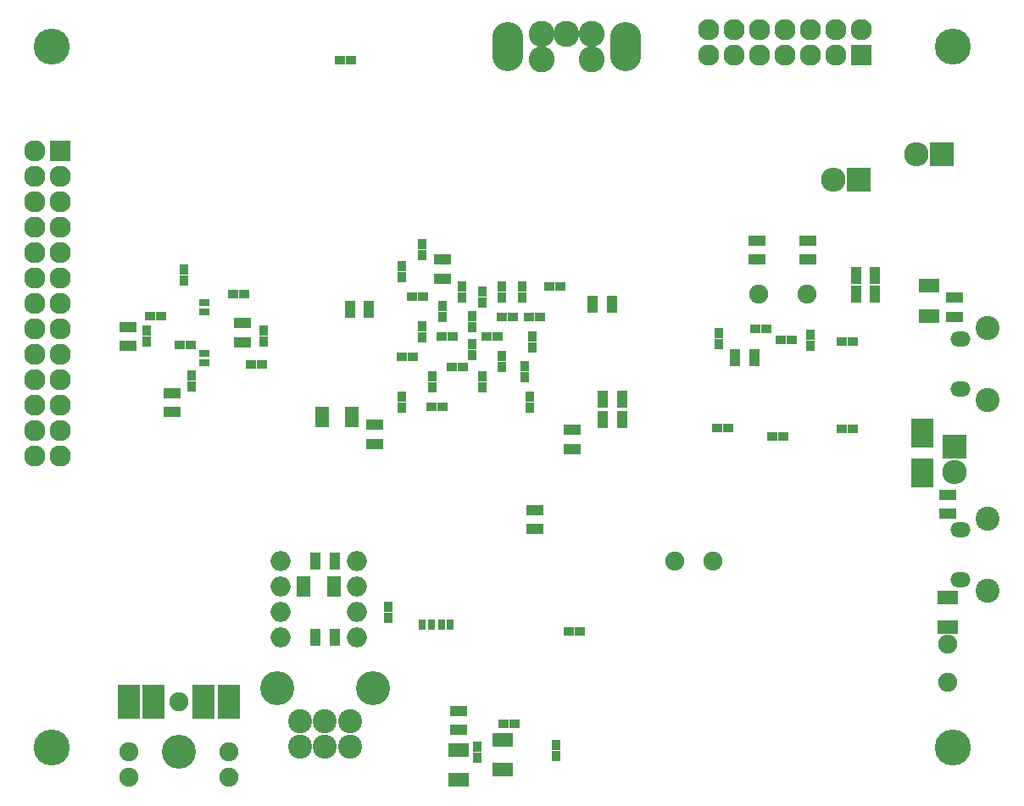
<source format=gbr>
G04 #@! TF.FileFunction,Soldermask,Bot*
%FSLAX46Y46*%
G04 Gerber Fmt 4.6, Leading zero omitted, Abs format (unit mm)*
G04 Created by KiCad (PCBNEW (2015-10-06 BZR 6248, Git 20a3e23)-product) date 2015-10-8 0:39:17*
%MOMM*%
G01*
G04 APERTURE LIST*
%ADD10C,0.100000*%
%ADD11C,1.901140*%
%ADD12R,2.000000X1.400000*%
%ADD13R,1.400000X2.000000*%
%ADD14R,2.200860X2.899360*%
%ADD15R,1.700000X1.100000*%
%ADD16R,1.100000X1.700000*%
%ADD17C,1.900000*%
%ADD18C,3.400000*%
%ADD19R,2.200000X3.400000*%
%ADD20R,2.127200X2.127200*%
%ADD21O,2.127200X2.127200*%
%ADD22O,2.000000X2.000000*%
%ADD23R,2.432000X2.432000*%
%ADD24O,2.432000X2.432000*%
%ADD25C,2.600000*%
%ADD26O,3.100000X4.900000*%
%ADD27C,2.400000*%
%ADD28C,3.600000*%
%ADD29R,1.000000X0.900000*%
%ADD30R,0.900000X1.000000*%
%ADD31R,1.000000X0.800000*%
%ADD32R,0.800000X1.000000*%
%ADD33O,2.000000X1.500000*%
G04 APERTURE END LIST*
D10*
D11*
X70584060Y-24765000D03*
X75465940Y-24765000D03*
D12*
X45085000Y-69239000D03*
X45085000Y-72239000D03*
D13*
X25170000Y-53975000D03*
X28170000Y-53975000D03*
D12*
X40640000Y-70255000D03*
X40640000Y-73255000D03*
X87630000Y-23900000D03*
X87630000Y-26900000D03*
D14*
X86995000Y-42638980D03*
X86995000Y-38641020D03*
D15*
X40640000Y-68260000D03*
X40640000Y-66360000D03*
D16*
X82230000Y-22860000D03*
X80330000Y-22860000D03*
D17*
X12700000Y-65485000D03*
X7700000Y-72985000D03*
X17700000Y-72985000D03*
X17700000Y-70485000D03*
D18*
X12700000Y-70485000D03*
D19*
X17700000Y-65485000D03*
X7700000Y-65485000D03*
X15200000Y-65485000D03*
X10200000Y-65485000D03*
D17*
X7700000Y-70485000D03*
D20*
X80890000Y-880000D03*
D21*
X80890000Y1660000D03*
X78350000Y-880000D03*
X78350000Y1660000D03*
X75810000Y-880000D03*
X75810000Y1660000D03*
X73270000Y-880000D03*
X73270000Y1660000D03*
X70730000Y-880000D03*
X70730000Y1660000D03*
X68190000Y-880000D03*
X68190000Y1660000D03*
X65650000Y-880000D03*
X65650000Y1660000D03*
D15*
X90170000Y-25085000D03*
X90170000Y-26985000D03*
D22*
X22860000Y-51435000D03*
X22860000Y-53975000D03*
X22860000Y-56515000D03*
X22860000Y-59055000D03*
X30480000Y-59055000D03*
X30480000Y-56515000D03*
X30480000Y-53975000D03*
X30480000Y-51435000D03*
D12*
X89535000Y-58015000D03*
X89535000Y-55015000D03*
D15*
X32250000Y-39700000D03*
X32250000Y-37800000D03*
X89535000Y-44770000D03*
X89535000Y-46670000D03*
D23*
X80645000Y-13335000D03*
D24*
X78105000Y-13335000D03*
D23*
X90170000Y-40005000D03*
D24*
X90170000Y-42545000D03*
D23*
X88900000Y-10795000D03*
D24*
X86360000Y-10795000D03*
D25*
X51435000Y1230000D03*
X48935000Y1230000D03*
X53935000Y1230000D03*
X48935000Y-1270000D03*
X53935000Y-1270000D03*
D26*
X45585000Y-20000D03*
X57285000Y-20000D03*
D27*
X27305000Y-67435000D03*
X27305000Y-69935000D03*
X29805000Y-69935000D03*
X24805000Y-69935000D03*
X24805000Y-67435000D03*
X29805000Y-67435000D03*
D18*
X32055000Y-64135000D03*
X22555000Y-64135000D03*
D28*
X90000000Y-70000000D03*
X0Y-70000000D03*
X0Y0D03*
X90000000Y0D03*
D15*
X52000000Y-38300000D03*
X52000000Y-40200000D03*
D16*
X55050000Y-35250000D03*
X56950000Y-35250000D03*
X55050000Y-37250000D03*
X56950000Y-37250000D03*
D15*
X39000000Y-23200000D03*
X39000000Y-21300000D03*
X7620000Y-28006000D03*
X7620000Y-29906000D03*
X48250000Y-46300000D03*
X48250000Y-48200000D03*
X12065000Y-34610000D03*
X12065000Y-36510000D03*
X19050000Y-27625000D03*
X19050000Y-29525000D03*
D16*
X28255000Y-51435000D03*
X26355000Y-51435000D03*
X26355000Y-59055000D03*
X28255000Y-59055000D03*
D15*
X70485000Y-21270000D03*
X70485000Y-19370000D03*
X75565000Y-21270000D03*
X75565000Y-19370000D03*
D16*
X54050000Y-25750000D03*
X55950000Y-25750000D03*
X31700000Y-26250000D03*
X29800000Y-26250000D03*
X80330000Y-24765000D03*
X82230000Y-24765000D03*
X68265000Y-31115000D03*
X70165000Y-31115000D03*
D29*
X40050000Y-29000000D03*
X38950000Y-29000000D03*
D30*
X38000000Y-32950000D03*
X38000000Y-34050000D03*
X45000000Y-25050000D03*
X45000000Y-23950000D03*
X45000000Y-30950000D03*
X45000000Y-32050000D03*
D29*
X44950000Y-27000000D03*
X46050000Y-27000000D03*
D30*
X42000000Y-29700000D03*
X42000000Y-30800000D03*
X41000000Y-25050000D03*
X41000000Y-23950000D03*
D29*
X43450000Y-29000000D03*
X44550000Y-29000000D03*
D30*
X39000000Y-27050000D03*
X39000000Y-25950000D03*
X42000000Y-28050000D03*
X42000000Y-26950000D03*
X9525000Y-28406000D03*
X9525000Y-29506000D03*
D29*
X47700000Y-27000000D03*
X48800000Y-27000000D03*
D30*
X48000000Y-30050000D03*
X48000000Y-28950000D03*
D29*
X37950000Y-36000000D03*
X39050000Y-36000000D03*
D30*
X37000000Y-27950000D03*
X37000000Y-29050000D03*
D29*
X52747000Y-58420000D03*
X51647000Y-58420000D03*
D30*
X13208000Y-23410000D03*
X13208000Y-22310000D03*
D29*
X10964000Y-26924000D03*
X9864000Y-26924000D03*
X12785000Y-29845000D03*
X13885000Y-29845000D03*
D30*
X13970000Y-32851000D03*
X13970000Y-33951000D03*
D29*
X19219000Y-24765000D03*
X18119000Y-24765000D03*
X19897000Y-31750000D03*
X20997000Y-31750000D03*
D30*
X21209000Y-28406000D03*
X21209000Y-29506000D03*
D29*
X29887000Y-1397000D03*
X28787000Y-1397000D03*
X45170000Y-67691000D03*
X46270000Y-67691000D03*
D30*
X42545000Y-69935000D03*
X42545000Y-71035000D03*
X50419000Y-69808000D03*
X50419000Y-70908000D03*
D29*
X71416000Y-28194000D03*
X70316000Y-28194000D03*
X67606000Y-38100000D03*
X66506000Y-38100000D03*
X73956000Y-29337000D03*
X72856000Y-29337000D03*
D30*
X66675000Y-28660000D03*
X66675000Y-29760000D03*
D29*
X78952000Y-29464000D03*
X80052000Y-29464000D03*
D30*
X75819000Y-28787000D03*
X75819000Y-29887000D03*
D29*
X71967000Y-38989000D03*
X73067000Y-38989000D03*
D30*
X47000000Y-23950000D03*
X47000000Y-25050000D03*
X37000000Y-20800000D03*
X37000000Y-19700000D03*
D29*
X49700000Y-24000000D03*
X50800000Y-24000000D03*
D30*
X47750000Y-36050000D03*
X47750000Y-34950000D03*
X47250000Y-33050000D03*
X47250000Y-31950000D03*
X35000000Y-34950000D03*
X35000000Y-36050000D03*
X35000000Y-23050000D03*
X35000000Y-21950000D03*
X43000000Y-32950000D03*
X43000000Y-34050000D03*
D29*
X37050000Y-25000000D03*
X35950000Y-25000000D03*
X41050000Y-32000000D03*
X39950000Y-32000000D03*
D30*
X43000000Y-25550000D03*
X43000000Y-24450000D03*
D29*
X36050000Y-31000000D03*
X34950000Y-31000000D03*
X78952000Y-38227000D03*
X80052000Y-38227000D03*
D31*
X15240000Y-30665000D03*
X15240000Y-31565000D03*
X15240000Y-25585000D03*
X15240000Y-26485000D03*
D30*
X33655000Y-57065000D03*
X33655000Y-55965000D03*
D32*
X38920000Y-57785000D03*
X39820000Y-57785000D03*
X37915000Y-57785000D03*
X37015000Y-57785000D03*
D20*
X880000Y-10405000D03*
D21*
X-1660000Y-10405000D03*
X880000Y-12945000D03*
X-1660000Y-12945000D03*
X880000Y-15485000D03*
X-1660000Y-15485000D03*
X880000Y-18025000D03*
X-1660000Y-18025000D03*
X880000Y-20565000D03*
X-1660000Y-20565000D03*
X880000Y-23105000D03*
X-1660000Y-23105000D03*
X880000Y-25645000D03*
X-1660000Y-25645000D03*
X880000Y-28185000D03*
X-1660000Y-28185000D03*
X880000Y-30725000D03*
X-1660000Y-30725000D03*
X880000Y-33265000D03*
X-1660000Y-33265000D03*
X880000Y-35805000D03*
X-1660000Y-35805000D03*
X880000Y-38345000D03*
X-1660000Y-38345000D03*
X880000Y-40885000D03*
X-1660000Y-40885000D03*
D33*
X90805000Y-53300000D03*
X90805000Y-48300000D03*
D27*
X93505000Y-54400000D03*
X93505000Y-47200000D03*
D33*
X90805000Y-34250000D03*
X90805000Y-29250000D03*
D27*
X93505000Y-35350000D03*
X93505000Y-28150000D03*
D11*
X62230000Y-51435000D03*
X66040000Y-51435000D03*
X89535000Y-59690000D03*
X89535000Y-63500000D03*
D13*
X30000000Y-37000000D03*
X27000000Y-37000000D03*
M02*

</source>
